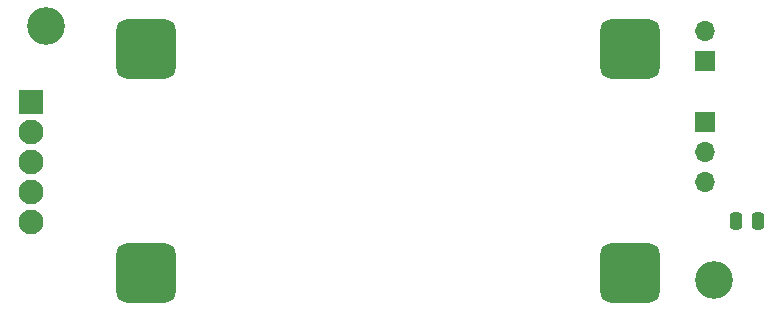
<source format=gts>
%TF.GenerationSoftware,KiCad,Pcbnew,8.0.5*%
%TF.CreationDate,2025-02-14T13:05:26+01:00*%
%TF.ProjectId,servo_plate,73657276-6f5f-4706-9c61-74652e6b6963,rev?*%
%TF.SameCoordinates,Original*%
%TF.FileFunction,Soldermask,Top*%
%TF.FilePolarity,Negative*%
%FSLAX46Y46*%
G04 Gerber Fmt 4.6, Leading zero omitted, Abs format (unit mm)*
G04 Created by KiCad (PCBNEW 8.0.5) date 2025-02-14 13:05:26*
%MOMM*%
%LPD*%
G01*
G04 APERTURE LIST*
G04 Aperture macros list*
%AMRoundRect*
0 Rectangle with rounded corners*
0 $1 Rounding radius*
0 $2 $3 $4 $5 $6 $7 $8 $9 X,Y pos of 4 corners*
0 Add a 4 corners polygon primitive as box body*
4,1,4,$2,$3,$4,$5,$6,$7,$8,$9,$2,$3,0*
0 Add four circle primitives for the rounded corners*
1,1,$1+$1,$2,$3*
1,1,$1+$1,$4,$5*
1,1,$1+$1,$6,$7*
1,1,$1+$1,$8,$9*
0 Add four rect primitives between the rounded corners*
20,1,$1+$1,$2,$3,$4,$5,0*
20,1,$1+$1,$4,$5,$6,$7,0*
20,1,$1+$1,$6,$7,$8,$9,0*
20,1,$1+$1,$8,$9,$2,$3,0*%
G04 Aperture macros list end*
%ADD10RoundRect,0.820210X-1.679790X-1.679790X1.679790X-1.679790X1.679790X1.679790X-1.679790X1.679790X0*%
%ADD11RoundRect,0.250000X-0.250000X-0.475000X0.250000X-0.475000X0.250000X0.475000X-0.250000X0.475000X0*%
%ADD12C,3.200000*%
%ADD13R,1.700000X1.700000*%
%ADD14O,1.700000X1.700000*%
%ADD15R,2.100000X2.100000*%
%ADD16C,2.100000*%
G04 APERTURE END LIST*
D10*
%TO.C,DC1*%
X95950000Y-64950000D03*
X95950000Y-83950000D03*
X136950000Y-64950000D03*
X136950000Y-83950000D03*
%TD*%
D11*
%TO.C,C2*%
X145850000Y-79500000D03*
X147750000Y-79500000D03*
%TD*%
D12*
%TO.C,H2*%
X87500000Y-63000000D03*
%TD*%
D13*
%TO.C,M1*%
X143250000Y-71160000D03*
D14*
X143250000Y-73700000D03*
X143250000Y-76240000D03*
%TD*%
D13*
%TO.C,SW1*%
X143250000Y-65975000D03*
D14*
X143250000Y-63435000D03*
%TD*%
D15*
%TO.C,J1*%
X86200000Y-69500000D03*
D16*
X86200000Y-72040000D03*
X86200000Y-74580000D03*
X86200000Y-77120000D03*
X86200000Y-79660000D03*
%TD*%
D12*
%TO.C,H1*%
X144000000Y-84500000D03*
%TD*%
M02*

</source>
